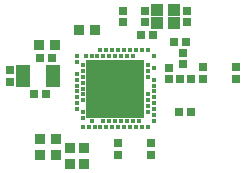
<source format=gts>
G04*
G04 #@! TF.GenerationSoftware,Altium Limited,Altium Designer,19.0.10 (269)*
G04*
G04 Layer_Color=8388736*
%FSLAX24Y24*%
%MOIN*%
G70*
G01*
G75*
%ADD23R,0.0296X0.0257*%
%ADD24R,0.0257X0.0296*%
%ADD25R,0.0316X0.0257*%
%ADD26R,0.0375X0.0355*%
%ADD27R,0.0434X0.0395*%
%ADD28R,0.0355X0.0375*%
%ADD29C,0.0148*%
%ADD30R,0.1949X0.1949*%
%ADD31R,0.0454X0.0769*%
D23*
X2520Y-787D02*
D03*
X2126D02*
D03*
X2362Y1545D02*
D03*
X1969D02*
D03*
X876Y1791D02*
D03*
X1270D02*
D03*
X-2096Y1033D02*
D03*
X-2490D02*
D03*
X-2314Y-167D02*
D03*
X-2708D02*
D03*
D24*
X4039Y323D02*
D03*
Y717D02*
D03*
X1792Y699D02*
D03*
Y305D02*
D03*
X2266Y803D02*
D03*
Y1197D02*
D03*
X2916Y717D02*
D03*
Y323D02*
D03*
X1191Y-1821D02*
D03*
Y-2215D02*
D03*
X98Y-1821D02*
D03*
Y-2215D02*
D03*
X2378Y2597D02*
D03*
Y2203D02*
D03*
X978Y2203D02*
D03*
Y2597D02*
D03*
X266Y2205D02*
D03*
Y2598D02*
D03*
X-3515Y217D02*
D03*
Y610D02*
D03*
D25*
X2539Y302D02*
D03*
X2165Y302D02*
D03*
D26*
X-1971Y-2215D02*
D03*
Y-1683D02*
D03*
X-2503Y-2215D02*
D03*
Y-1683D02*
D03*
X-1496Y-2500D02*
D03*
Y-1969D02*
D03*
X-1033Y-2500D02*
D03*
Y-1969D02*
D03*
D27*
X1392Y2173D02*
D03*
Y2626D02*
D03*
X1963D02*
D03*
Y2173D02*
D03*
D28*
X-2549Y1467D02*
D03*
X-2018D02*
D03*
X-1191Y1959D02*
D03*
X-659D02*
D03*
D29*
X886Y1280D02*
D03*
X-492D02*
D03*
X-295D02*
D03*
X-98D02*
D03*
X98D02*
D03*
X295D02*
D03*
X492D02*
D03*
X689D02*
D03*
X1083D02*
D03*
X-1280Y1083D02*
D03*
X-984D02*
D03*
X-787D02*
D03*
X-591D02*
D03*
X-394D02*
D03*
X-197D02*
D03*
X0D02*
D03*
X197D02*
D03*
X394D02*
D03*
X591D02*
D03*
X1280D02*
D03*
X1083Y787D02*
D03*
X-1280Y886D02*
D03*
X-1083Y787D02*
D03*
X1280Y689D02*
D03*
X-1083Y591D02*
D03*
X1083D02*
D03*
X-1280Y492D02*
D03*
X-1083Y394D02*
D03*
X1083D02*
D03*
X-1280Y295D02*
D03*
X1280D02*
D03*
X-1083Y197D02*
D03*
X-1280Y98D02*
D03*
X1280D02*
D03*
X-1083Y0D02*
D03*
X-1280Y-98D02*
D03*
X1280D02*
D03*
X-1083Y-197D02*
D03*
X1083D02*
D03*
X-1280Y-295D02*
D03*
X1280D02*
D03*
X-1083Y-394D02*
D03*
X1083D02*
D03*
X-1280Y-492D02*
D03*
X1280D02*
D03*
X1083Y-591D02*
D03*
X-1280Y-689D02*
D03*
X1280D02*
D03*
X-1083Y-787D02*
D03*
X1083D02*
D03*
X1280Y-886D02*
D03*
X-1083Y-984D02*
D03*
X-787Y-1083D02*
D03*
X-394D02*
D03*
X-197D02*
D03*
X0D02*
D03*
X197D02*
D03*
X394D02*
D03*
X591D02*
D03*
X787D02*
D03*
X1280D02*
D03*
X-1083Y-1280D02*
D03*
X-886D02*
D03*
X-689D02*
D03*
X-492D02*
D03*
X-295D02*
D03*
X-98D02*
D03*
X98D02*
D03*
X295D02*
D03*
X492D02*
D03*
X689D02*
D03*
X886D02*
D03*
X1083D02*
D03*
D30*
X0Y0D02*
D03*
D31*
X-2078Y404D02*
D03*
X-3062D02*
D03*
M02*

</source>
